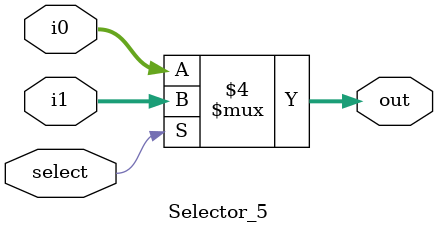
<source format=v>
`timescale 1ns / 1ps
module Selector_5(
	input [4:0] i0,
	input [4:0] i1,
	output reg [4:0] out,
	input select
	);
	always @(i0 or i1 or select) begin
		if(select == 0)
			out = i0;
		else
			out = i1;
	end
endmodule

</source>
